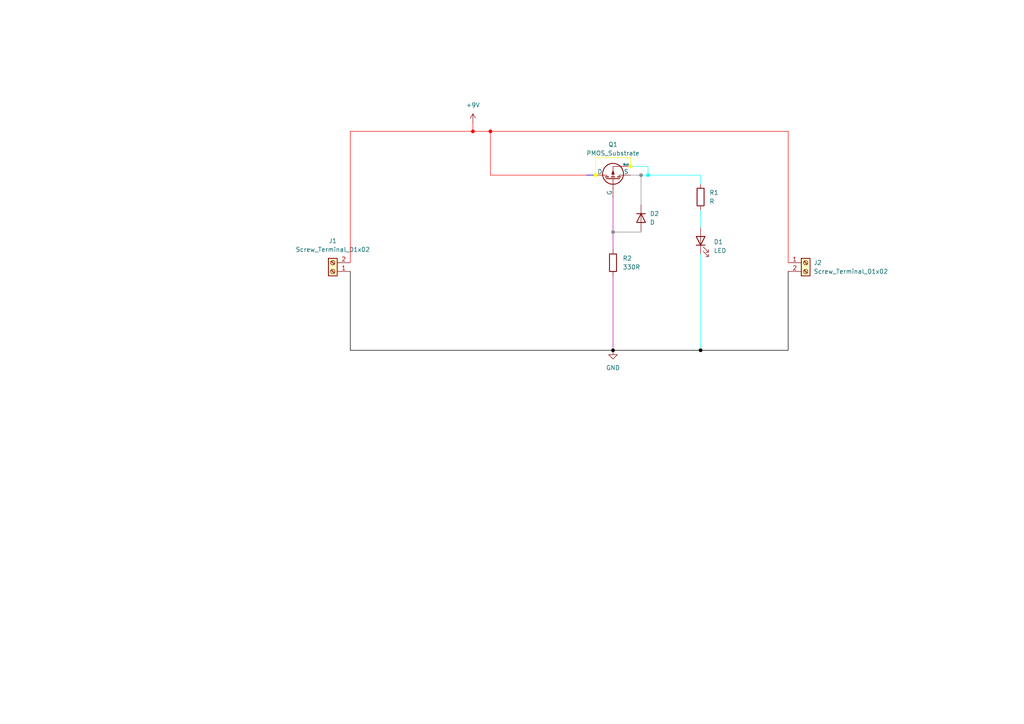
<source format=kicad_sch>
(kicad_sch (version 20231120) (generator "eeschema") (generator_version "8.0")
  (paper "A4")
  (lib_symbols
    (symbol "Connector:Screw_Terminal_01x02" (pin_names (offset 1.016) hide)
      (property "Reference" "J" (at 0 2.54 0))
      (property "Value" "Screw_Terminal_01x02" (at 0 -5.08 0))
      (symbol "Screw_Terminal_01x02_1_1"
        (rectangle (start -1.27 1.27) (end 1.27 -3.81) (stroke (width 0.254)) (fill (type background)))
        (circle (center 0 -2.54) (radius 0.635) (stroke (width 0.1524)))
        (polyline (pts (xy -0.5334 -2.2098) (xy 0.3302 -3.048)) (stroke (width 0.1524)))
        (polyline (pts (xy -0.5334 0.3302) (xy 0.3302 -0.508)) (stroke (width 0.1524)))
        (polyline (pts (xy -0.3556 -2.032) (xy 0.508 -2.8702)) (stroke (width 0.1524)))
        (polyline (pts (xy -0.3556 0.508) (xy 0.508 -0.3302)) (stroke (width 0.1524)))
        (circle (center 0 0) (radius 0.635) (stroke (width 0.1524)))
        (pin passive line (at -5.08 0 0) (length 3.81) (name "Pin_1") (number "1"))
        (pin passive line (at -5.08 -2.54 0) (length 3.81) (name "Pin_2") (number "2"))
      )
    )
    (symbol "Device:D" (pin_numbers hide) (pin_names (offset 1.016) hide)
      (property "Reference" "D" (at 0 2.54 0))
      (property "Value" "D" (at 0 -2.54 0))
      (symbol "D_0_1"
        (polyline (pts (xy -1.27 1.27) (xy -1.27 -1.27)) (stroke (width 0.254)))
        (polyline (pts (xy 1.27 0) (xy -1.27 0)))
        (polyline (pts (xy 1.27 1.27) (xy 1.27 -1.27) (xy -1.27 0) (xy 1.27 1.27)) (stroke (width 0.254)))
      )
      (symbol "D_1_1"
        (pin passive line (at -3.81 0 0) (length 2.54) (name "K") (number "1"))
        (pin passive line (at 3.81 0 180) (length 2.54) (name "A") (number "2"))
      )
    )
    (symbol "Device:LED" (pin_numbers hide) (pin_names (offset 1.016) hide)
      (property "Reference" "D" (at 0 2.54 0))
      (property "Value" "LED" (at 0 -2.54 0))
      (symbol "LED_0_1"
        (polyline (pts (xy -1.27 -1.27) (xy -1.27 1.27)) (stroke (width 0.254)))
        (polyline (pts (xy -1.27 0) (xy 1.27 0)))
        (polyline (pts (xy 1.27 -1.27) (xy 1.27 1.27) (xy -1.27 0) (xy 1.27 -1.27)) (stroke (width 0.254)))
        (polyline (pts (xy -3.048 -0.762) (xy -4.572 -2.286) (xy -3.81 -2.286) (xy -4.572 -2.286) (xy -4.572 -1.524)))
        (polyline (pts (xy -1.778 -0.762) (xy -3.302 -2.286) (xy -2.54 -2.286) (xy -3.302 -2.286) (xy -3.302 -1.524)))
      )
      (symbol "LED_1_1"
        (pin passive line (at -3.81 0 0) (length 2.54) (name "K") (number "1"))
        (pin passive line (at 3.81 0 180) (length 2.54) (name "A") (number "2"))
      )
    )
    (symbol "Device:R" (pin_numbers hide) (pin_names (offset 0))
      (property "Reference" "R" (at 2.032 0 90))
      (property "Value" "R" (at 0 0 90))
      (symbol "R_0_1"
        (rectangle (start -1.016 -2.54) (end 1.016 2.54) (stroke (width 0.254)))
      )
      (symbol "R_1_1"
        (pin passive line (at 0 3.81 270) (length 1.27) (name "~") (number "1"))
        (pin passive line (at 0 -3.81 90) (length 1.27) (name "~") (number "2"))
      )
    )
    (symbol "Simulation_SPICE:PMOS_Substrate" (pin_numbers hide) (pin_names (offset 0))
      (property "Reference" "Q" (at 6.35 1.27 0))
      (property "Value" "PMOS_Substrate" (at 6.35 -1.27 0))
      (symbol "PMOS_Substrate_0_1"
        (polyline (pts (xy 1.524 0) (xy -1.27 0)))
        (polyline (pts (xy 1.524 1.905) (xy 1.524 -1.905)) (stroke (width 0.254)))
        (polyline (pts (xy 2.032 -1.27) (xy 2.032 -2.286)) (stroke (width 0.254)))
        (polyline (pts (xy 2.032 0.508) (xy 2.032 -0.508)) (stroke (width 0.254)))
        (polyline (pts (xy 2.032 2.286) (xy 2.032 1.27)) (stroke (width 0.254)))
        (polyline (pts (xy 2.032 1.778) (xy 2.54 1.778) (xy 2.54 2.54)))
        (polyline (pts (xy 2.54 -2.54) (xy 2.54 -1.778) (xy 2.032 -1.778)))
        (polyline (pts (xy 5.08 -2.54) (xy 5.08 0) (xy 2.032 0)))
        (polyline (pts (xy 3.81 0) (xy 2.794 0.381) (xy 2.794 -0.381) (xy 3.81 0)) (fill (type outline)))
        (circle (center 2.921 0) (radius 3.0294) (stroke (width 0.254)))
      )
      (symbol "PMOS_Substrate_1_1"
        (pin passive line (at 2.54 5.08 270) (length 2.54) (name "D") (number "1"))
        (pin input line (at -3.81 0 0) (length 2.54) (name "G") (number "2"))
        (pin passive line (at 2.54 -5.08 90) (length 2.54) (name "S") (number "3"))
        (pin input line (at 5.08 -5.08 90) (length 2.54) (name "Bulk") (number "4"))
      )
    )
    (symbol "power:+9V" (power) (pin_numbers hide) (pin_names (offset 0) hide)
      (property "Value" "+9V" (at 0 3.556 0))
      (symbol "+9V_0_1"
        (polyline (pts (xy -0.762 1.27) (xy 0 2.54)))
        (polyline (pts (xy 0 0) (xy 0 2.54)))
        (polyline (pts (xy 0 2.54) (xy 0.762 1.27)))
      )
      (symbol "+9V_1_1"
        (pin power_in line (at 0 0 90) (length 0) (name "~") (number "1"))
      )
    )
    (symbol "power:GND" (power) (pin_numbers hide) (pin_names (offset 0) hide)
      (property "Value" "GND" (at 0 -3.81 0))
      (symbol "GND_0_1"
        (polyline (pts (xy 0 0) (xy 0 -1.27) (xy 1.27 -1.27) (xy 0 -2.54) (xy -1.27 -1.27) (xy 0 -1.27)))
      )
      (symbol "GND_1_1"
        (pin power_in line (at 0 0 270) (length 0) (name "~") (number "1"))
      )
    )
  )
  (junction (at 172.72 50.8) (color 255 255 0 1))
  (junction (at 177.8 67.31) (color 132 132 132 1))
  (junction (at 177.8 101.6) (color 0 0 0 1))
  (junction (at 203.2 101.6) (color 0 0 0 1))
  (junction (at 137.16 38.1) (color 255 0 0 1))
  (junction (at 142.24 38.1) (color 255 0 0 1))
  (junction (at 187.96 50.8) (color 0 255 255 1))
  (junction (at 185.928 50.8) (color 132 132 132 1))
  (junction (at 182.88 48.26) (color 255 255 0 1))
  (wire (pts (xy 172.72 50.8) (xy 170.18 50.8)) (stroke (width 0) (color 132 132 132 1)))
  (wire (pts (xy 228.6 78.74) (xy 228.6 101.6)) (stroke (width 0) (color 0 0 0 1)))
  (wire (pts (xy 101.6 38.1) (xy 137.16 38.1)) (stroke (width 0) (color 255 0 0 1)))
  (wire (pts (xy 137.16 38.1) (xy 142.24 38.1)) (stroke (width 0) (color 255 0 0 1)))
  (wire (pts (xy 182.88 48.26) (xy 187.706 48.26)) (stroke (width 0) (color 0 255 255 1)))
  (wire (pts (xy 185.928 50.8) (xy 187.96 50.8)) (stroke (width 0) (color 0 255 255 1)))
  (wire (pts (xy 170.18 50.8) (xy 172.72 50.8)) (stroke (width 0) (color 0 0 255 1)))
  (wire (pts (xy 177.8 57.15) (xy 177.8 67.31)) (stroke (width 0) (color 194 0 194 1)))
  (wire (pts (xy 203.2 101.6) (xy 228.6 101.6)) (stroke (width 0) (color 0 0 0 1)))
  (wire (pts (xy 137.16 35.56) (xy 137.16 38.1)) (stroke (width 0) (color 255 0 0 1)))
  (wire (pts (xy 142.494 38.354) (xy 142.24 38.354)) (stroke (width 0) (color 0 0 194 1)))
  (wire (pts (xy 142.494 38.354) (xy 142.24 38.1)) (stroke (width 0) (color 0 0 194 1)))
  (wire (pts (xy 185.928 67.31) (xy 177.8 67.31)) (stroke (width 0) (color 132 132 132 1)))
  (wire (pts (xy 101.6 38.1) (xy 101.6 76.2)) (stroke (width 0) (color 255 0 0 1)))
  (wire (pts (xy 172.72 45.72) (xy 172.72 50.8)) (stroke (width 0) (color 255 255 0 1)))
  (wire (pts (xy 142.24 38.1) (xy 228.6 38.1)) (stroke (width 0) (color 255 0 0 1)))
  (wire (pts (xy 177.8 101.6) (xy 203.2 101.6)) (stroke (width 0) (color 0 0 0 1)))
  (wire (pts (xy 187.96 48.514) (xy 187.96 50.8)) (stroke (width 0) (color 0 255 255 1)))
  (wire (pts (xy 177.8 67.31) (xy 177.8 72.39)) (stroke (width 0) (color 194 0 194 1)))
  (wire (pts (xy 203.2 50.8) (xy 203.2 53.34)) (stroke (width 0) (color 0 255 255 1)))
  (wire (pts (xy 182.88 45.72) (xy 182.88 48.26)) (stroke (width 0) (color 255 255 0 1)))
  (wire (pts (xy 203.2 73.66) (xy 203.2 101.6)) (stroke (width 0) (color 0 255 255 1)))
  (wire (pts (xy 228.6 38.1) (xy 228.6 76.2)) (stroke (width 0) (color 255 0 0 1)))
  (wire (pts (xy 185.928 50.8) (xy 182.88 50.8)) (stroke (width 0) (color 132 132 132 1)))
  (wire (pts (xy 187.706 48.26) (xy 187.96 48.514)) (stroke (width 0) (color 0 255 255 1)))
  (wire (pts (xy 172.72 45.72) (xy 182.88 45.72)) (stroke (width 0) (color 255 255 0 1)))
  (wire (pts (xy 101.6 78.74) (xy 101.6 101.6)) (stroke (width 0) (color 0 0 0 1)))
  (wire (pts (xy 142.24 50.8) (xy 172.72 50.8)) (stroke (width 0) (color 255 0 0 1)))
  (wire (pts (xy 101.6 101.6) (xy 177.8 101.6)) (stroke (width 0) (color 0 0 0 1)))
  (wire (pts (xy 142.24 50.8) (xy 142.24 38.354)) (stroke (width 0) (color 255 0 0 1)))
  (wire (pts (xy 185.928 67.31) (xy 185.928 67.056)) (stroke (width 0) (color 132 132 132 1)))
  (wire (pts (xy 177.8 80.01) (xy 177.8 101.6)) (stroke (width 0) (color 194 0 194 1)))
  (wire (pts (xy 203.2 60.96) (xy 203.2 66.04)) (stroke (width 0) (color 0 255 255 1)))
  (wire (pts (xy 187.96 50.8) (xy 203.2 50.8)) (stroke (width 0) (color 0 255 255 1)))
  (wire (pts (xy 185.928 50.8) (xy 185.928 59.436)) (stroke (width 0) (color 132 132 132 1)))
  (symbol (lib_id "Device:D") (at 185.928 63.246 270) (unit 1)
    (property "Reference" "D2" (at 188.468 61.9759 90) (effects (justify left)))
    (property "Value" "D" (at 188.468 64.5159 90) (effects (justify left)))
    (property "Footprint" "Diode_SMD:D_0603_1608Metric" (effects (hide yes)))
    (property "Description" "Diode" (effects (hide yes)))
    (property "Sim.Device" "D" (effects (hide yes)))
    (property "Sim.Pins" "1=K 2=A" (effects (hide yes)))
  )
  (symbol (lib_id "Device:R") (at 177.8 76.2 180) (unit 1)
    (property "Reference" "R2" (at 180.594 74.9299 0) (effects (justify right)))
    (property "Value" "330R" (at 180.594 77.4699 0) (effects (justify right)))
    (property "Footprint" "Resistor_SMD:R_0201_0603Metric" (effects (hide yes)))
    (property "Description" "Resistor" (effects (hide yes)))
  )
  (symbol (lib_id "Connector:Screw_Terminal_01x02") (at 233.68 76.2 0) (unit 1)
    (property "Reference" "J2" (at 235.966 76.1999 0) (effects (justify left)))
    (property "Value" "Screw_Terminal_01x02" (at 235.966 78.7399 0) (effects (justify left)))
    (property "Footprint" "TerminalBlock_Phoenix:TerminalBlock_Phoenix_MKDS-1,5-2-5.08_1x02_P5.08mm_Horizontal" (effects (hide yes)))
    (property "Description" "Generic screw terminal, single row, 01x02, script generated (kicad-library-utils/schlib/autogen/connector/)" (effects (hide yes)))
  )
  (symbol (lib_id "Device:R") (at 203.2 57.15 0) (unit 1)
    (property "Reference" "R1" (at 205.74 55.8799 0) (effects (justify left)))
    (property "Value" "R" (at 205.74 58.4199 0) (effects (justify left)))
    (property "Footprint" "Resistor_SMD:R_0603_1608Metric" (effects (hide yes)))
    (property "Description" "Resistor" (effects (hide yes)))
  )
  (symbol (lib_id "power:GND") (at 177.8 101.6 0) (unit 1)
    (property "Reference" "#PWR02" (effects (hide yes)))
    (property "Value" "GND" (at 177.8 106.68 0))
    (property "Description" "Power symbol creates a global label with name \"GND\" , ground" (effects (hide yes)))
  )
  (symbol (lib_id "Simulation_SPICE:PMOS_Substrate") (at 177.8 53.34 90) (unit 1)
    (property "Reference" "Q1" (at 177.8 41.91 90))
    (property "Value" "PMOS_Substrate" (at 177.8 44.45 90))
    (property "Footprint" "Diode_SMD:Diode_Bridge_Bourns_CD-DF4xxS" (effects (hide yes)))
    (property "Datasheet" "https://ngspice.sourceforge.io/docs/ngspice-html-manual/manual.xhtml#cha_MOSFETs" (effects (hide yes)))
    (property "Description" "P-channel MOSFET symbol with substrate (bulk) pin" (effects (hide yes)))
    (property "Sim.Device" "PMOS" (effects (hide yes)))
    (property "Sim.Type" "MOS1" (effects (hide yes)))
    (property "Sim.Pins" "1=D 2=G 3=S 4=B" (effects (hide yes)))
  )
  (symbol (lib_id "Connector:Screw_Terminal_01x02") (at 96.52 78.74 180) (unit 1)
    (property "Reference" "J1" (at 96.52 69.85 0))
    (property "Value" "Screw_Terminal_01x02" (at 96.52 72.39 0))
    (property "Footprint" "TerminalBlock_Phoenix:TerminalBlock_Phoenix_MKDS-1,5-2-5.08_1x02_P5.08mm_Horizontal" (effects (hide yes)))
    (property "Description" "Generic screw terminal, single row, 01x02, script generated (kicad-library-utils/schlib/autogen/connector/)" (effects (hide yes)))
  )
  (symbol (lib_id "Device:LED") (at 203.2 69.85 90) (unit 1)
    (property "Reference" "D1" (at 207.01 70.1674 90) (effects (justify right)))
    (property "Value" "LED" (at 207.01 72.7074 90) (effects (justify right)))
    (property "Footprint" "LED_SMD:LED_0603_1608Metric" (effects (hide yes)))
    (property "Description" "Light emitting diode" (effects (hide yes)))
  )
  (symbol (lib_id "power:+9V") (at 137.16 35.56 0) (unit 1)
    (property "Reference" "#PWR01" (effects (hide yes)))
    (property "Value" "+9V" (at 137.16 30.48 0))
    (property "Description" "Power symbol creates a global label with name \"+9V\"" (effects (hide yes)))
  )
)
</source>
